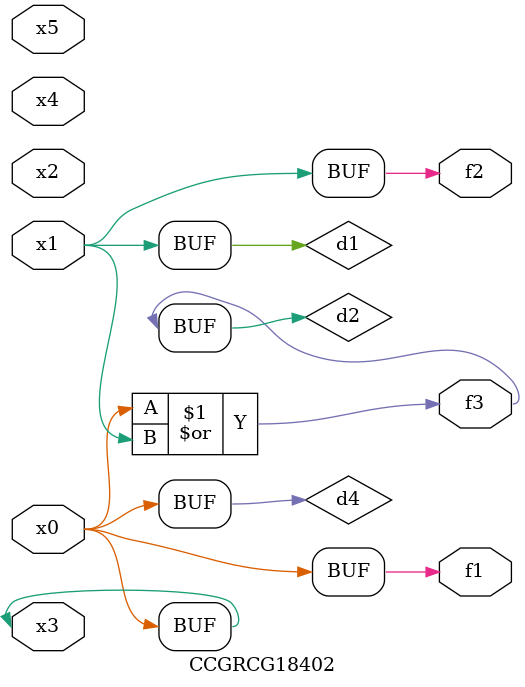
<source format=v>
module CCGRCG18402(
	input x0, x1, x2, x3, x4, x5,
	output f1, f2, f3
);

	wire d1, d2, d3, d4;

	and (d1, x1);
	or (d2, x0, x1);
	nand (d3, x0, x5);
	buf (d4, x0, x3);
	assign f1 = d4;
	assign f2 = d1;
	assign f3 = d2;
endmodule

</source>
